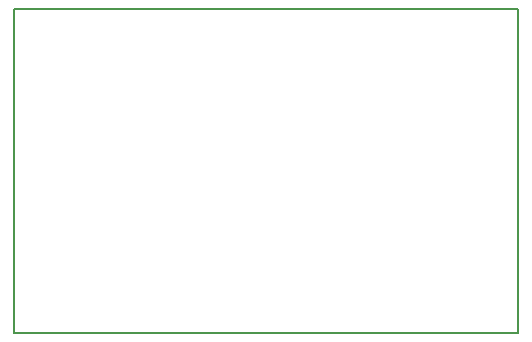
<source format=gbr>
%TF.GenerationSoftware,KiCad,Pcbnew,4.0.7*%
%TF.CreationDate,2018-05-13T22:07:06+02:00*%
%TF.ProjectId,nestbox,6E657374626F782E6B696361645F7063,rev?*%
%TF.FileFunction,Paste,Bot*%
%FSLAX46Y46*%
G04 Gerber Fmt 4.6, Leading zero omitted, Abs format (unit mm)*
G04 Created by KiCad (PCBNEW 4.0.7) date 05/13/18 22:07:06*
%MOMM*%
%LPD*%
G01*
G04 APERTURE LIST*
%ADD10C,0.150000*%
G04 APERTURE END LIST*
D10*
X155150000Y-121050000D02*
X156500000Y-121050000D01*
X156500000Y-93600000D02*
X156500000Y-121050000D01*
X113775000Y-93600000D02*
X156525000Y-93600000D01*
X113775000Y-121050000D02*
X113775000Y-93600000D01*
X155175000Y-121050000D02*
X113775000Y-121050000D01*
M02*

</source>
